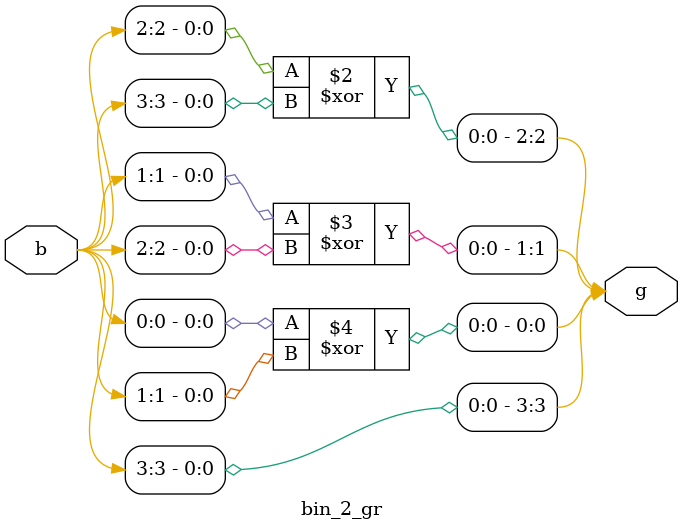
<source format=v>
module bin_2_gr(b,g);
  input [3:0]b;
  output reg [3:0]g;
  
  always@(*) begin
    g[3]=b[3];
    g[2]=b[2] ^ b[3];
    g[1]=b[1] ^ b[2];
    g[0]=b[0] ^ b[1];
  end
endmodule

</source>
